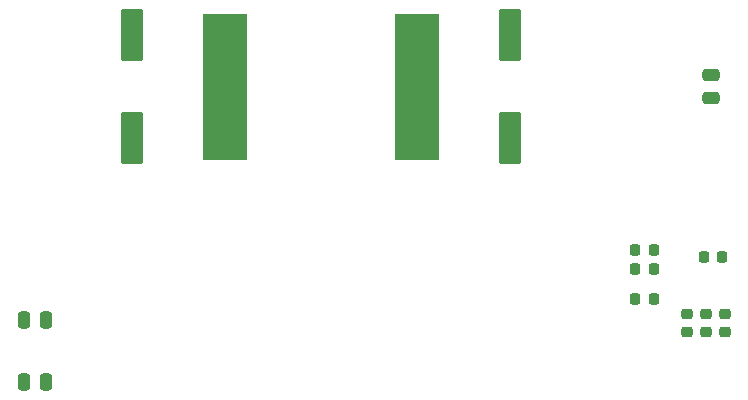
<source format=gbr>
%TF.GenerationSoftware,KiCad,Pcbnew,7.0.8*%
%TF.CreationDate,2024-04-29T11:53:12-04:00*%
%TF.ProjectId,PD Charger,50442043-6861-4726-9765-722e6b696361,rev?*%
%TF.SameCoordinates,Original*%
%TF.FileFunction,Paste,Bot*%
%TF.FilePolarity,Positive*%
%FSLAX46Y46*%
G04 Gerber Fmt 4.6, Leading zero omitted, Abs format (unit mm)*
G04 Created by KiCad (PCBNEW 7.0.8) date 2024-04-29 11:53:12*
%MOMM*%
%LPD*%
G01*
G04 APERTURE LIST*
G04 Aperture macros list*
%AMRoundRect*
0 Rectangle with rounded corners*
0 $1 Rounding radius*
0 $2 $3 $4 $5 $6 $7 $8 $9 X,Y pos of 4 corners*
0 Add a 4 corners polygon primitive as box body*
4,1,4,$2,$3,$4,$5,$6,$7,$8,$9,$2,$3,0*
0 Add four circle primitives for the rounded corners*
1,1,$1+$1,$2,$3*
1,1,$1+$1,$4,$5*
1,1,$1+$1,$6,$7*
1,1,$1+$1,$8,$9*
0 Add four rect primitives between the rounded corners*
20,1,$1+$1,$2,$3,$4,$5,0*
20,1,$1+$1,$4,$5,$6,$7,0*
20,1,$1+$1,$6,$7,$8,$9,0*
20,1,$1+$1,$8,$9,$2,$3,0*%
G04 Aperture macros list end*
%ADD10RoundRect,0.250000X-0.700000X1.950000X-0.700000X-1.950000X0.700000X-1.950000X0.700000X1.950000X0*%
%ADD11RoundRect,0.250000X0.475000X-0.250000X0.475000X0.250000X-0.475000X0.250000X-0.475000X-0.250000X0*%
%ADD12RoundRect,0.225000X0.250000X-0.225000X0.250000X0.225000X-0.250000X0.225000X-0.250000X-0.225000X0*%
%ADD13RoundRect,0.225000X-0.225000X-0.250000X0.225000X-0.250000X0.225000X0.250000X-0.225000X0.250000X0*%
%ADD14RoundRect,0.250000X-0.250000X-0.475000X0.250000X-0.475000X0.250000X0.475000X-0.250000X0.475000X0*%
%ADD15R,3.825000X12.320000*%
%ADD16RoundRect,0.225000X0.225000X0.250000X-0.225000X0.250000X-0.225000X-0.250000X0.225000X-0.250000X0*%
G04 APERTURE END LIST*
D10*
%TO.C,C2*%
X57000000Y-20650000D03*
X57000000Y-29350000D03*
%TD*%
%TO.C,C1*%
X25000000Y-20650000D03*
X25000000Y-29350000D03*
%TD*%
D11*
%TO.C,C22*%
X74000000Y-25950000D03*
X74000000Y-24050000D03*
%TD*%
D12*
%TO.C,C26*%
X72000000Y-45775000D03*
X72000000Y-44225000D03*
%TD*%
D13*
%TO.C,C12*%
X67625000Y-40400000D03*
X69175000Y-40400000D03*
%TD*%
%TO.C,C13*%
X67625000Y-38800000D03*
X69175000Y-38800000D03*
%TD*%
%TO.C,C11*%
X67625000Y-43000000D03*
X69175000Y-43000000D03*
%TD*%
D12*
%TO.C,C25*%
X73600000Y-45775000D03*
X73600000Y-44225000D03*
%TD*%
D14*
%TO.C,C30*%
X15850000Y-44800000D03*
X17750000Y-44800000D03*
%TD*%
D15*
%TO.C,L1*%
X32877500Y-25000000D03*
X49122500Y-25000000D03*
%TD*%
D12*
%TO.C,C24*%
X75200000Y-45775000D03*
X75200000Y-44225000D03*
%TD*%
D14*
%TO.C,C31*%
X15850000Y-50000000D03*
X17750000Y-50000000D03*
%TD*%
D16*
%TO.C,C23*%
X74975000Y-39400000D03*
X73425000Y-39400000D03*
%TD*%
M02*

</source>
